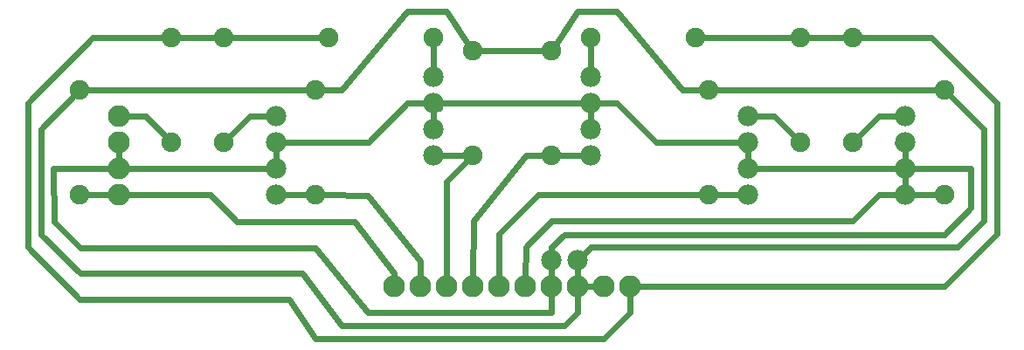
<source format=gbl>
G04 MADE WITH FRITZING*
G04 WWW.FRITZING.ORG*
G04 SINGLE SIDED*
G04 HOLES NOT PLATED*
G04 CONTOUR ON CENTER OF CONTOUR VECTOR*
%ASAXBY*%
%FSLAX23Y23*%
%MOIN*%
%OFA0B0*%
%SFA1.0B1.0*%
%ADD10C,0.083307*%
%ADD11C,0.078000*%
%ADD12C,0.075000*%
%ADD13C,0.024000*%
%LNCOPPER0*%
G90*
G70*
G54D10*
X456Y983D03*
X456Y883D03*
X456Y783D03*
X456Y683D03*
X456Y983D03*
X456Y883D03*
X456Y783D03*
X456Y683D03*
G54D11*
X1656Y1133D03*
X1656Y1033D03*
X1656Y933D03*
X1656Y833D03*
X1656Y1133D03*
X1656Y1033D03*
X1656Y933D03*
X1656Y833D03*
X1056Y983D03*
X1056Y883D03*
X1056Y783D03*
X1056Y683D03*
X1056Y983D03*
X1056Y883D03*
X1056Y783D03*
X1056Y683D03*
X2856Y983D03*
X2856Y883D03*
X2856Y783D03*
X2856Y683D03*
X2856Y983D03*
X2856Y883D03*
X2856Y783D03*
X2856Y683D03*
X2256Y1133D03*
X2256Y1033D03*
X2256Y933D03*
X2256Y833D03*
X2256Y1133D03*
X2256Y1033D03*
X2256Y933D03*
X2256Y833D03*
X3456Y983D03*
X3456Y883D03*
X3456Y783D03*
X3456Y683D03*
X3456Y983D03*
X3456Y883D03*
X3456Y783D03*
X3456Y683D03*
G54D12*
X3256Y1283D03*
X3256Y883D03*
X3256Y1283D03*
X3256Y883D03*
X2656Y1283D03*
X2256Y1283D03*
X2656Y1283D03*
X2256Y1283D03*
X1656Y1283D03*
X1256Y1283D03*
X1656Y1283D03*
X1256Y1283D03*
X856Y1283D03*
X856Y883D03*
X856Y1283D03*
X856Y883D03*
X3056Y1283D03*
X3056Y883D03*
X3056Y1283D03*
X3056Y883D03*
X656Y1283D03*
X656Y883D03*
X656Y1283D03*
X656Y883D03*
G54D10*
X1506Y333D03*
X1606Y333D03*
X1706Y333D03*
X1806Y333D03*
X1906Y333D03*
X2006Y333D03*
X2106Y333D03*
X2206Y333D03*
X2306Y333D03*
X2406Y333D03*
X1506Y333D03*
X1606Y333D03*
X1706Y333D03*
X1806Y333D03*
X1906Y333D03*
X2006Y333D03*
X2106Y333D03*
X2206Y333D03*
X2306Y333D03*
X2406Y333D03*
G54D12*
X3606Y683D03*
X3606Y1083D03*
X3606Y683D03*
X3606Y1083D03*
X2706Y683D03*
X2706Y1083D03*
X2706Y683D03*
X2706Y1083D03*
X2106Y833D03*
X2106Y1233D03*
X2106Y833D03*
X2106Y1233D03*
X306Y683D03*
X306Y1083D03*
X306Y683D03*
X306Y1083D03*
X1206Y683D03*
X1206Y1083D03*
X1206Y683D03*
X1206Y1083D03*
X1806Y833D03*
X1806Y1233D03*
X1806Y833D03*
X1806Y1233D03*
G54D11*
X2106Y433D03*
X2206Y433D03*
X2106Y433D03*
X2206Y433D03*
G54D13*
X1657Y1032D02*
X1678Y1012D01*
D02*
X1656Y963D02*
X1657Y1032D01*
D02*
X2256Y963D02*
X2256Y1003D01*
D02*
X2855Y882D02*
X2842Y856D01*
D02*
X2855Y813D02*
X2855Y882D01*
D02*
X3454Y883D02*
X3455Y813D01*
D02*
X3426Y879D02*
X3454Y883D01*
D02*
X2355Y1032D02*
X2286Y1033D01*
D02*
X2506Y884D02*
X2355Y1032D01*
D02*
X2826Y883D02*
X2506Y884D01*
D02*
X2226Y1033D02*
X1686Y1033D01*
D02*
X1056Y813D02*
X1056Y853D01*
D02*
X1407Y884D02*
X1086Y883D01*
D02*
X1554Y1032D02*
X1407Y884D01*
D02*
X1626Y1033D02*
X1554Y1032D01*
D02*
X456Y816D02*
X456Y850D01*
D02*
X3456Y753D02*
X3456Y713D01*
D02*
X557Y984D02*
X488Y983D01*
D02*
X636Y903D02*
X557Y984D01*
D02*
X1026Y983D02*
X955Y984D01*
D02*
X955Y984D02*
X876Y903D01*
D02*
X2956Y984D02*
X3036Y903D01*
D02*
X2886Y983D02*
X2956Y984D01*
D02*
X3355Y984D02*
X3276Y903D01*
D02*
X3426Y983D02*
X3355Y984D01*
D02*
X1656Y1254D02*
X1656Y1163D01*
D02*
X2256Y1254D02*
X2256Y1163D01*
D02*
X3027Y1283D02*
X2684Y1283D01*
D02*
X884Y1283D02*
X1227Y1283D01*
D02*
X827Y1283D02*
X684Y1283D01*
D02*
X3084Y1283D02*
X3227Y1283D01*
D02*
X2077Y1233D02*
X1834Y1233D01*
D02*
X1686Y833D02*
X1777Y833D01*
D02*
X2226Y833D02*
X2134Y833D01*
D02*
X2826Y683D02*
X2734Y683D01*
D02*
X3577Y683D02*
X3486Y683D01*
D02*
X3577Y1083D02*
X2734Y1083D01*
D02*
X423Y683D02*
X334Y683D01*
D02*
X1177Y683D02*
X1086Y683D01*
D02*
X1177Y1083D02*
X334Y1083D01*
D02*
X1304Y1082D02*
X1234Y1083D01*
D02*
X1705Y1383D02*
X1555Y1383D01*
D02*
X1790Y1257D02*
X1705Y1383D01*
D02*
X1555Y1383D02*
X1304Y1082D01*
D02*
X2356Y1383D02*
X2206Y1383D01*
D02*
X2206Y1383D02*
X2122Y1257D01*
D02*
X2677Y1083D02*
X2606Y1082D01*
D02*
X2606Y1082D02*
X2356Y1383D01*
D02*
X1505Y366D02*
X1505Y385D01*
D02*
X1505Y385D02*
X1355Y581D01*
D02*
X1355Y581D02*
X904Y581D01*
D02*
X904Y581D02*
X806Y684D01*
D02*
X806Y684D02*
X488Y683D01*
D02*
X1605Y431D02*
X1405Y681D01*
D02*
X1605Y366D02*
X1605Y431D01*
D02*
X1405Y681D02*
X1234Y683D01*
D02*
X2007Y832D02*
X2077Y832D01*
D02*
X1806Y366D02*
X1807Y582D01*
D02*
X1807Y582D02*
X2007Y832D01*
D02*
X2056Y684D02*
X2677Y683D01*
D02*
X1905Y533D02*
X2056Y684D01*
D02*
X1906Y366D02*
X1905Y533D01*
D02*
X3254Y582D02*
X3356Y684D01*
D02*
X2106Y582D02*
X3254Y582D01*
D02*
X3356Y684D02*
X3426Y683D01*
D02*
X2007Y484D02*
X2106Y582D01*
D02*
X2006Y366D02*
X2007Y484D01*
D02*
X1705Y732D02*
X1706Y366D01*
D02*
X1785Y813D02*
X1705Y732D01*
D02*
X1026Y783D02*
X488Y783D01*
D02*
X3455Y785D02*
X3442Y810D01*
D02*
X2886Y783D02*
X3455Y785D01*
D02*
X207Y581D02*
X206Y785D01*
D02*
X1405Y235D02*
X1204Y481D01*
D02*
X307Y481D02*
X207Y581D01*
D02*
X206Y785D02*
X423Y783D01*
D02*
X2106Y300D02*
X2106Y235D01*
D02*
X2106Y235D02*
X1405Y235D01*
D02*
X1204Y481D02*
X307Y481D01*
D02*
X3706Y785D02*
X3706Y633D01*
D02*
X2107Y433D02*
X2106Y366D01*
D02*
X2106Y483D02*
X2107Y433D01*
D02*
X3706Y633D02*
X3604Y531D01*
D02*
X2154Y531D02*
X2106Y483D01*
D02*
X3486Y783D02*
X3706Y785D01*
D02*
X3604Y531D02*
X2154Y531D01*
D02*
X1154Y385D02*
X307Y385D01*
D02*
X2204Y234D02*
X2156Y183D01*
D02*
X1304Y185D02*
X1154Y385D01*
D02*
X157Y531D02*
X157Y932D01*
D02*
X2205Y300D02*
X2204Y234D01*
D02*
X2156Y183D02*
X1304Y185D01*
D02*
X157Y932D02*
X286Y1062D01*
D02*
X307Y385D02*
X157Y531D01*
D02*
X2254Y483D02*
X3656Y483D01*
D02*
X3656Y483D02*
X3756Y583D01*
D02*
X3756Y933D02*
X3626Y1063D01*
D02*
X2207Y433D02*
X2254Y483D01*
D02*
X2206Y366D02*
X2207Y433D01*
D02*
X3756Y583D02*
X3756Y933D01*
D02*
X3556Y1284D02*
X3284Y1283D01*
D02*
X3805Y534D02*
X3805Y1032D01*
D02*
X2438Y333D02*
X3604Y334D01*
D02*
X3805Y1032D02*
X3556Y1284D01*
D02*
X3604Y334D02*
X3805Y534D01*
D02*
X2273Y333D02*
X2238Y333D01*
D02*
X1105Y282D02*
X304Y282D01*
D02*
X107Y483D02*
X107Y1032D01*
D02*
X107Y1032D02*
X355Y1284D01*
D02*
X304Y282D02*
X107Y483D01*
D02*
X2405Y234D02*
X2306Y134D01*
D02*
X355Y1284D02*
X627Y1283D01*
D02*
X2405Y300D02*
X2405Y234D01*
D02*
X2306Y134D02*
X1205Y134D01*
D02*
X1205Y134D02*
X1105Y282D01*
D02*
X2106Y366D02*
X2106Y403D01*
D02*
X2206Y403D02*
X2206Y366D01*
G04 End of Copper0*
M02*
</source>
